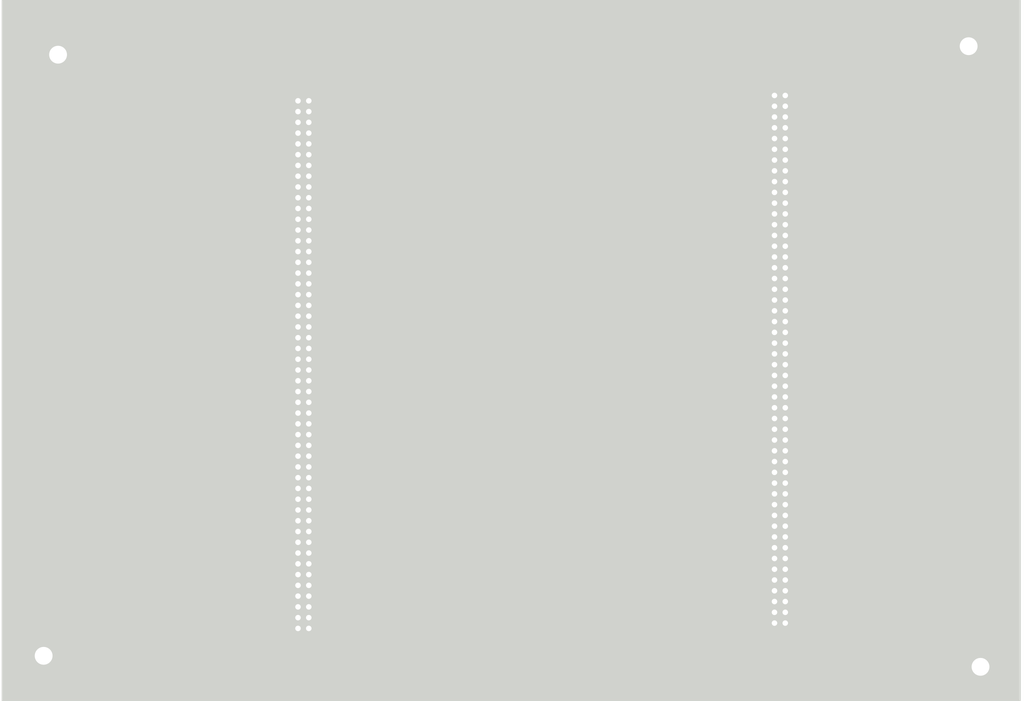
<source format=kicad_pcb>
(kicad_pcb (version 20221018) (generator pcbnew)
  (layers (0 "F.Cu" signal) (31 "B.Cu" signal) (34 "B.Paste" user) (35 "F.Paste" user) (36 "B.SilkS" user "B.Silkscreen") (37 "F.SilkS" user "F.Silkscreen") (38 "B.Mask" user) (39 "F.Mask" user) (44 "Edge.Cuts" user))
  (net 0 "")
  (net 12 "ADC_1")
  (net 13 "Net-(J1-SSRX+)")
  (net 14 "Net-(J1-SSRX-)")
  (net 15 "ADC_2")
  (net 49 "GND")
  (net 50 "+5V")
  (net 131 "+3.3V")
  (footprint "MountingHole:MountingHole_2.1mm" (layer "F.Cu") (at 96.8 128.6)
    (fp_text reference "H3" (at 0 -3.2) (layer "F.SilkS"))
    (fp_text value "MountingHole")
    (pad "" np_thru_hole circle (at 0 0) (size 2.1 2.1) (drill 2.1) (layers "*.Cu" "*.Mask"))
  )
  (footprint "MountingHole:MountingHole_2.1mm" (layer "F.Cu") (at 98.5 57.7)
    (fp_text reference "H1" (at 0 -3.2) (layer "F.SilkS"))
    (fp_text value "MountingHole")
    (pad "" np_thru_hole circle (at 0 0) (size 2.1 2.1) (drill 2.1) (layers "*.Cu" "*.Mask"))
  )
  (footprint "Potentiometer_SMD:Potentiometer_ACP_CA6-VSMD_Vertical" (layer "F.Cu") (at 152.9 66.1)
    (fp_text reference "10K1" (at 0 -4.5) (layer "F.SilkS"))
    (fp_text value "R_Potentiometer")
    (fp_line (start -3.37 -0.909) (end -3.37 0.91) (stroke (width 0.12)) (layer "F.SilkS"))
    (fp_line (start -2.834 -3.371) (end 3.37 -3.371) (stroke (width 0.12)) (layer "F.SilkS"))
    (fp_line (start -2.834 3.37) (end 3.37 3.37) (stroke (width 0.12)) (layer "F.SilkS"))
    (fp_line (start 3.37 -3.371) (end 3.37 -1.24) (stroke (width 0.12)) (layer "F.SilkS"))
    (fp_line (start 3.37 1.24) (end 3.37 3.37) (stroke (width 0.12)) (layer "F.SilkS"))
    (pad "1" smd rect (at -4.325 2.15) (size 2.5 2) (layers "F.Cu" "F.Paste" "F.Mask") (net 49 "GND"))
    (pad "2" smd rect (at 4.325 0) (size 2.5 2) (layers "F.Cu" "F.Paste" "F.Mask") (net 15 "ADC_2"))
    (pad "3" smd rect (at -4.325 -2.15) (size 2.5 2) (layers "F.Cu" "F.Paste" "F.Mask") (net 50 "+5V"))
  )
  (footprint "Resistor_SMD:R_0201_0603Metric" (layer "F.Cu") (at 144.9 106)
    (fp_text reference "R1" (at 0 -1.05) (layer "F.SilkS"))
    (fp_text value "R")
    (pad "1" smd roundrect (at -0.32 0) (size 0.46 0.4) (layers "F.Cu" "F.Mask") (net 131 "+3.3V"))
    (pad "2" smd roundrect (at 0.32 0) (size 0.46 0.4) (layers "F.Cu" "F.Mask") (net 12 "ADC_1"))
  )
  (footprint "Package_QFP:LQFP-48_7x7mm_P0.5mm" (layer "F.Cu") (at 150.15 88.9625)
    (fp_text reference "U1" (at 0 -5.85) (layer "F.SilkS"))
    (fp_text value "STM32C031C4Tx")
    (fp_line (start -3.61 -3.61) (end -3.61 -3.16) (stroke (width 0.12)) (layer "F.SilkS"))
    (fp_line (start -3.61 -3.16) (end -4.9 -3.16) (stroke (width 0.12)) (layer "F.SilkS"))
    (fp_line (start -3.61 3.61) (end -3.61 3.16) (stroke (width 0.12)) (layer "F.SilkS"))
    (fp_line (start -3.16 -3.61) (end -3.61 -3.61) (stroke (width 0.12)) (layer "F.SilkS"))
    (fp_line (start -3.16 3.61) (end -3.61 3.61) (stroke (width 0.12)) (layer "F.SilkS"))
    (fp_line (start 3.16 -3.61) (end 3.61 -3.61) (stroke (width 0.12)) (layer "F.SilkS"))
    (fp_line (start 3.16 3.61) (end 3.61 3.61) (stroke (width 0.12)) (layer "F.SilkS"))
    (fp_line (start 3.61 -3.61) (end 3.61 -3.16) (stroke (width 0.12)) (layer "F.SilkS"))
    (fp_line (start 3.61 3.61) (end 3.61 3.16) (stroke (width 0.12)) (layer "F.SilkS"))
    (pad "1" smd roundrect (at -4.1625 -2.75) (size 1.475 0.3) (layers "F.Cu" "F.Paste" "F.Mask"))
    (pad "2" smd roundrect (at -4.1625 -2.25) (size 1.475 0.3) (layers "F.Cu" "F.Paste" "F.Mask"))
    (pad "3" smd roundrect (at -4.1625 -1.75) (size 1.475 0.3) (layers "F.Cu" "F.Paste" "F.Mask"))
    (pad "4" smd roundrect (at -4.1625 -1.25) (size 1.475 0.3) (layers "F.Cu" "F.Paste" "F.Mask"))
    (pad "5" smd roundrect (at -4.1625 -0.75) (size 1.475 0.3) (layers "F.Cu" "F.Paste" "F.Mask"))
    (pad "6" smd roundrect (at -4.1625 -0.25) (size 1.475 0.3) (layers "F.Cu" "F.Paste" "F.Mask"))
    (pad "7" smd roundrect (at -4.1625 0.25) (size 1.475 0.3) (layers "F.Cu" "F.Paste" "F.Mask"))
    (pad "8" smd roundrect (at -4.1625 0.75) (size 1.475 0.3) (layers "F.Cu" "F.Paste" "F.Mask"))
    (pad "9" smd roundrect (at -4.1625 1.25) (size 1.475 0.3) (layers "F.Cu" "F.Paste" "F.Mask"))
    (pad "10" smd roundrect (at -4.1625 1.75) (size 1.475 0.3) (layers "F.Cu" "F.Paste" "F.Mask"))
    (pad "11" smd roundrect (at -4.1625 2.25) (size 1.475 0.3) (layers "F.Cu" "F.Paste" "F.Mask"))
    (pad "12" smd roundrect (at -4.1625 2.75) (size 1.475 0.3) (layers "F.Cu" "F.Paste" "F.Mask") (net 12 "ADC_1"))
    (pad "13" smd roundrect (at -2.75 4.1625) (size 0.3 1.475) (layers "F.Cu" "F.Paste" "F.Mask") (net 13 "Net-(J1-SSRX+)"))
    (pad "14" smd roundrect (at -2.25 4.1625) (size 0.3 1.475) (layers "F.Cu" "F.Paste" "F.Mask") (net 14 "Net-(J1-SSRX-)"))
    (pad "15" smd roundrect (at -1.75 4.1625) (size 0.3 1.475) (layers "F.Cu" "F.Paste" "F.Mask") (net 15 "ADC_2"))
    (pad "16" smd roundrect (at -1.25 4.1625) (size 0.3 1.475) (layers "F.Cu" "F.Paste" "F.Mask"))
    (pad "17" smd roundrect (at -0.75 4.1625) (size 0.3 1.475) (layers "F.Cu" "F.Paste" "F.Mask"))
    (pad "18" smd roundrect (at -0.25 4.1625) (size 0.3 1.475) (layers "F.Cu" "F.Paste" "F.Mask"))
    (pad "19" smd roundrect (at 0.25 4.1625) (size 0.3 1.475) (layers "F.Cu" "F.Paste" "F.Mask"))
    (pad "20" smd roundrect (at 0.75 4.1625) (size 0.3 1.475) (layers "F.Cu" "F.Paste" "F.Mask"))
    (pad "21" smd roundrect (at 1.25 4.1625) (size 0.3 1.475) (layers "F.Cu" "F.Paste" "F.Mask"))
    (pad "22" smd roundrect (at 1.75 4.1625) (size 0.3 1.475) (layers "F.Cu" "F.Paste" "F.Mask"))
    (pad "23" smd roundrect (at 2.25 4.1625) (size 0.3 1.475) (layers "F.Cu" "F.Paste" "F.Mask"))
    (pad "24" smd roundrect (at 2.75 4.1625) (size 0.3 1.475) (layers "F.Cu" "F.Paste" "F.Mask"))
    (pad "25" smd roundrect (at 4.1625 2.75) (size 1.475 0.3) (layers "F.Cu" "F.Paste" "F.Mask"))
    (pad "26" smd roundrect (at 4.1625 2.25) (size 1.475 0.3) (layers "F.Cu" "F.Paste" "F.Mask"))
    (pad "27" smd roundrect (at 4.1625 1.75) (size 1.475 0.3) (layers "F.Cu" "F.Paste" "F.Mask"))
    (pad "28" smd roundrect (at 4.1625 1.25) (size 1.475 0.3) (layers "F.Cu" "F.Paste" "F.Mask"))
    (pad "29" smd roundrect (at 4.1625 0.75) (size 1.475 0.3) (layers "F.Cu" "F.Paste" "F.Mask"))
    (pad "30" smd roundrect (at 4.1625 0.25) (size 1.475 0.3) (layers "F.Cu" "F.Paste" "F.Mask"))
    (pad "31" smd roundrect (at 4.1625 -0.25) (size 1.475 0.3) (layers "F.Cu" "F.Paste" "F.Mask"))
    (pad "32" smd roundrect (at 4.1625 -0.75) (size 1.475 0.3) (layers "F.Cu" "F.Paste" "F.Mask"))
    (pad "33" smd roundrect (at 4.1625 -1.25) (size 1.475 0.3) (layers "F.Cu" "F.Paste" "F.Mask"))
    (pad "34" smd roundrect (at 4.1625 -1.75) (size 1.475 0.3) (layers "F.Cu" "F.Paste" "F.Mask"))
    (pad "35" smd roundrect (at 4.1625 -2.25) (size 1.475 0.3) (layers "F.Cu" "F.Paste" "F.Mask"))
    (pad "36" smd roundrect (at 4.1625 -2.75) (size 1.475 0.3) (layers "F.Cu" "F.Paste" "F.Mask"))
    (pad "37" smd roundrect (at 2.75 -4.1625) (size 0.3 1.475) (layers "F.Cu" "F.Paste" "F.Mask"))
    (pad "38" smd roundrect (at 2.25 -4.1625) (size 0.3 1.475) (layers "F.Cu" "F.Paste" "F.Mask"))
    (pad "39" smd roundrect (at 1.75 -4.1625) (size 0.3 1.475) (layers "F.Cu" "F.Paste" "F.Mask"))
    (pad "40" smd roundrect (at 1.25 -4.1625) (size 0.3 1.475) (layers "F.Cu" "F.Paste" "F.Mask"))
    (pad "41" smd roundrect (at 0.75 -4.1625) (size 0.3 1.475) (layers "F.Cu" "F.Paste" "F.Mask"))
    (pad "42" smd roundrect (at 0.25 -4.1625) (size 0.3 1.475) (layers "F.Cu" "F.Paste" "F.Mask"))
    (pad "43" smd roundrect (at -0.25 -4.1625) (size 0.3 1.475) (layers "F.Cu" "F.Paste" "F.Mask"))
    (pad "44" smd roundrect (at -0.75 -4.1625) (size 0.3 1.475) (layers "F.Cu" "F.Paste" "F.Mask"))
    (pad "45" smd roundrect (at -1.25 -4.1625) (size 0.3 1.475) (layers "F.Cu" "F.Paste" "F.Mask"))
    (pad "46" smd roundrect (at -1.75 -4.1625) (size 0.3 1.475) (layers "F.Cu" "F.Paste" "F.Mask"))
    (pad "47" smd roundrect (at -2.25 -4.1625) (size 0.3 1.475) (layers "F.Cu" "F.Paste" "F.Mask"))
    (pad "48" smd roundrect (at -2.75 -4.1625) (size 0.3 1.475) (layers "F.Cu" "F.Paste" "F.Mask"))
  )
  (footprint "MountingHole:MountingHole_2.1mm" (layer "F.Cu") (at 207.3 129.9)
    (fp_text reference "H4" (at 0 -3.2) (layer "F.SilkS"))
    (fp_text value "MountingHole")
    (pad "" np_thru_hole circle (at 0 0) (size 2.1 2.1) (drill 2.1) (layers "*.Cu" "*.Mask"))
  )
  (footprint "Connector_PinSocket_1.27mm:PinSocket_2x50_P1.27mm_Horizontal" (layer "F.Cu") (at 184.27 62.51)
    (fp_text reference "J3" (at -2.5925 -2.135) (layer "F.SilkS"))
    (fp_text value "Conn_01x40_Socket")
    (fp_line (start -5.88 -0.695) (end -5.88 62.925) (stroke (width 0.12)) (layer "F.SilkS"))
    (fp_line (start -5.88 -0.695) (end -1.57753 -0.695) (stroke (width 0.12)) (layer "F.SilkS"))
    (fp_line (start -5.88 -0.575) (end -1.766966 -0.575) (stroke (width 0.12)) (layer "F.SilkS"))
    (fp_line (start -5.88 -0.465) (end -1.871145 -0.465) (stroke (width 0.12)) (layer "F.SilkS"))
    (fp_line (start -5.88 -0.355) (end -1.941993 -0.355) (stroke (width 0.12)) (layer "F.SilkS"))
    (fp_line (start -5.88 -0.245) (end -1.989427 -0.245) (stroke (width 0.12)) (layer "F.SilkS"))
    (fp_line (start -5.88 -0.135) (end -2.017914 -0.135) (stroke (width 0.12)) (layer "F.SilkS"))
    (fp_line (start -5.88 -0.025) (end -2.029589 -0.025) (stroke (width 0.12)) (layer "F.SilkS"))
    (fp_line (start -5.88 0.085) (end -2.025232 0.085) (stroke (width 0.12)) (layer "F.SilkS"))
    (fp_line (start -5.88 0.195) (end -2.004558 0.195) (stroke (width 0.12)) (layer "F.SilkS"))
    (fp_line (start -5.88 0.305) (end -1.966114 0.305) (stroke (width 0.12)) (layer "F.SilkS"))
    (fp_line (start -5.88 0.415) (end -1.906691 0.415) (stroke (width 0.12)) (layer "F.SilkS"))
    (fp_line (start -5.88 0.525) (end -1.819523 0.525) (stroke (width 0.12)) (layer "F.SilkS"))
    (fp_line (start -5.88 0.635) (end -1.687582 0.635) (stroke (width 0.12)) (layer "F.SilkS"))
    (fp_line (start -5.88 1.905) (end -1.687582 1.905) (stroke (width 0.12)) (layer "F.SilkS"))
    (fp_line (start -5.88 3.175) (end -1.687582 3.175) (stroke (width 0.12)) (layer "F.SilkS"))
    (fp_line (start -5.88 4.445) (end -1.687582 4.445) (stroke (width 0.12)) (layer "F.SilkS"))
    (fp_line (start -5.88 5.715) (end -1.687582 5.715) (stroke (width 0.12)) (layer "F.SilkS"))
    (fp_line (start -5.88 6.985) (end -1.687582 6.985) (stroke (width 0.12)) (layer "F.SilkS"))
    (fp_line (start -5.88 8.255) (end -1.687582 8.255) (stroke (width 0.12)) (layer "F.SilkS"))
    (fp_line (start -5.88 9.525) (end -1.687582 9.525) (stroke (width 0.12)) (layer "F.SilkS"))
    (fp_line (start -5.88 10.795) (end -1.687582 10.795) (stroke (width 0.12)) (layer "F.SilkS"))
    (fp_line (start -5.88 12.065) (end -1.687582 12.065) (stroke (width 0.12)) (layer "F.SilkS"))
    (fp_line (start -5.88 13.335) (end -1.687582 13.335) (stroke (width 0.12)) (layer "F.SilkS"))
    (fp_line (start -5.88 14.605) (end -1.687582 14.605) (stroke (width 0.12)) (layer "F.SilkS"))
    (fp_line (start -5.88 15.875) (end -1.687582 15.875) (stroke (width 0.12)) (layer "F.SilkS"))
    (fp_line (start -5.88 17.145) (end -1.687582 17.145) (stroke (width 0.12)) (layer "F.SilkS"))
    (fp_line (start -5.88 18.415) (end -1.687582 18.415) (stroke (width 0.12)) (layer "F.SilkS"))
    (fp_line (start -5.88 19.685) (end -1.687582 19.685) (stroke (width 0.12)) (layer "F.SilkS"))
    (fp_line (start -5.88 20.955) (end -1.687582 20.955) (stroke (width 0.12)) (layer "F.SilkS"))
    (fp_line (start -5.88 22.225) (end -1.687582 22.225) (stroke (width 0.12)) (layer "F.SilkS"))
    (fp_line (start -5.88 23.495) (end -1.687582 23.495) (stroke (width 0.12)) (layer "F.SilkS"))
    (fp_line (start -5.88 24.765) (end -1.687582 24.765) (stroke (width 0.12)) (layer "F.SilkS"))
    (fp_line (start -5.88 26.035) (end -1.687582 26.035) (stroke (width 0.12)) (layer "F.SilkS"))
    (fp_line (start -5.88 27.305) (end -1.687582 27.305) (stroke (width 0.12)) (layer "F.SilkS"))
    (fp_line (start -5.88 28.575) (end -1.687582 28.575) (stroke (width 0.12)) (layer "F.SilkS"))
    (fp_line (start -5.88 29.845) (end -1.687582 29.845) (stroke (width 0.12)) (layer "F.SilkS"))
    (fp_line (start -5.88 31.115) (end -1.687582 31.115) (stroke (width 0.12)) (layer "F.SilkS"))
    (fp_line (start -5.88 32.385) (end -1.687582 32.385) (stroke (width 0.12)) (layer "F.SilkS"))
    (fp_line (start -5.88 33.655) (end -1.687582 33.655) (stroke (width 0.12)) (layer "F.SilkS"))
    (fp_line (start -5.88 34.925) (end -1.687582 34.925) (stroke (width 0.12)) (layer "F.SilkS"))
    (fp_line (start -5.88 36.195) (end -1.687582 36.195) (stroke (width 0.12)) (layer "F.SilkS"))
    (fp_line (start -5.88 37.465) (end -1.687582 37.465) (stroke (width 0.12)) (layer "F.SilkS"))
    (fp_line (start -5.88 38.735) (end -1.687582 38.735) (stroke (width 0.12)) (layer "F.SilkS"))
    (fp_line (start -5.88 40.005) (end -1.687582 40.005) (stroke (width 0.12)) (layer "F.SilkS"))
    (fp_line (start -5.88 41.275) (end -1.687582 41.275) (stroke (width 0.12)) (layer "F.SilkS"))
    (fp_line (start -5.88 42.545) (end -1.687582 42.545) (stroke (width 0.12)) (layer "F.SilkS"))
    (fp_line (start -5.88 43.815) (end -1.687582 43.815) (stroke (width 0.12)) (layer "F.SilkS"))
    (fp_line (start -5.88 45.085) (end -1.687582 45.085) (stroke (width 0.12)) (layer "F.SilkS"))
    (fp_line (start -5.88 46.355) (end -1.687582 46.355) (stroke (width 0.12)) (layer "F.SilkS"))
    (fp_line (start -5.88 47.625) (end -1.687582 47.625) (stroke (width 0.12)) (layer "F.SilkS"))
    (fp_line (start -5.88 48.895) (end -1.687582 48.895) (stroke (width 0.12)) (layer "F.SilkS"))
    (fp_line (start -5.88 50.165) (end -1.687582 50.165) (stroke (width 0.12)) (layer "F.SilkS"))
    (fp_line (start -5.88 51.435) (end -1.687582 51.435) (stroke (width 0.12)) (layer "F.SilkS"))
    (fp_line (start -5.88 52.705) (end -1.687582 52.705) (stroke (width 0.12)) (layer "F.SilkS"))
    (fp_line (start -5.88 53.975) (end -1.687582 53.975) (stroke (width 0.12)) (layer "F.SilkS"))
    (fp_line (start -5.88 55.245) (end -1.687582 55.245) (stroke (width 0.12)) (layer "F.SilkS"))
    (fp_line (start -5.88 56.515) (end -1.687582 56.515) (stroke (width 0.12)) (layer "F.SilkS"))
    (fp_line (start -5.88 57.785) (end -1.687582 57.785) (stroke (width 0.12)) (layer "F.SilkS"))
    (fp_line (start -5.88 59.055) (end -1.687582 59.055) (stroke (width 0.12)) (layer "F.SilkS"))
    (fp_line (start -5.88 60.325) (end -1.687582 60.325) (stroke (width 0.12)) (layer "F.SilkS"))
    (fp_line (start -5.88 61.595) (end -1.687582 61.595) (stroke (width 0.12)) (layer "F.SilkS"))
    (fp_line (start -5.88 62.925) (end -1.57753 62.925) (stroke (width 0.12)) (layer "F.SilkS"))
    (fp_line (start 0 -0.76) (end 0.76 -0.76) (stroke (width 0.12)) (layer "F.SilkS"))
    (fp_line (start 0.76 -0.76) (end 0.76 0) (stroke (width 0.12)) (layer "F.SilkS"))
    (pad "1" thru_hole rect (at 0 0) (size 1 1) (drill 0.65) (layers "*.Cu" "*.Mask"))
    (pad "2" thru_hole oval (at -1.27 0) (size 1 1) (drill 0.65) (layers "*.Cu" "*.Mask"))
    (pad "3" thru_hole oval (at 0 1.27) (size 1 1) (drill 0.65) (layers "*.Cu" "*.Mask"))
    (pad "4" thru_hole oval (at -1.27 1.27) (size 1 1) (drill 0.65) (layers "*.Cu" "*.Mask"))
    (pad "5" thru_hole oval (at 0 2.54) (size 1 1) (drill 0.65) (layers "*.Cu" "*.Mask"))
    (pad "6" thru_hole oval (at -1.27 2.54) (size 1 1) (drill 0.65) (layers "*.Cu" "*.Mask"))
    (pad "7" thru_hole oval (at 0 3.81) (size 1 1) (drill 0.65) (layers "*.Cu" "*.Mask"))
    (pad "8" thru_hole oval (at -1.27 3.81) (size 1 1) (drill 0.65) (layers "*.Cu" "*.Mask"))
    (pad "9" thru_hole oval (at 0 5.08) (size 1 1) (drill 0.65) (layers "*.Cu" "*.Mask"))
    (pad "10" thru_hole oval (at -1.27 5.08) (size 1 1) (drill 0.65) (layers "*.Cu" "*.Mask"))
    (pad "11" thru_hole oval (at 0 6.35) (size 1 1) (drill 0.65) (layers "*.Cu" "*.Mask"))
    (pad "12" thru_hole oval (at -1.27 6.35) (size 1 1) (drill 0.65) (layers "*.Cu" "*.Mask"))
    (pad "13" thru_hole oval (at 0 7.62) (size 1 1) (drill 0.65) (layers "*.Cu" "*.Mask"))
    (pad "14" thru_hole oval (at -1.27 7.62) (size 1 1) (drill 0.65) (layers "*.Cu" "*.Mask"))
    (pad "15" thru_hole oval (at 0 8.89) (size 1 1) (drill 0.65) (layers "*.Cu" "*.Mask"))
    (pad "16" thru_hole oval (at -1.27 8.89) (size 1 1) (drill 0.65) (layers "*.Cu" "*.Mask"))
    (pad "17" thru_hole oval (at 0 10.16) (size 1 1) (drill 0.65) (layers "*.Cu" "*.Mask"))
    (pad "18" thru_hole oval (at -1.27 10.16) (size 1 1) (drill 0.65) (layers "*.Cu" "*.Mask"))
    (pad "19" thru_hole oval (at 0 11.43) (size 1 1) (drill 0.65) (layers "*.Cu" "*.Mask"))
    (pad "20" thru_hole oval (at -1.27 11.43) (size 1 1) (drill 0.65) (layers "*.Cu" "*.Mask"))
    (pad "21" thru_hole oval (at 0 12.7) (size 1 1) (drill 0.65) (layers "*.Cu" "*.Mask"))
    (pad "22" thru_hole oval (at -1.27 12.7) (size 1 1) (drill 0.65) (layers "*.Cu" "*.Mask"))
    (pad "23" thru_hole oval (at 0 13.97) (size 1 1) (drill 0.65) (layers "*.Cu" "*.Mask"))
    (pad "24" thru_hole oval (at -1.27 13.97) (size 1 1) (drill 0.65) (layers "*.Cu" "*.Mask"))
    (pad "25" thru_hole oval (at 0 15.24) (size 1 1) (drill 0.65) (layers "*.Cu" "*.Mask"))
    (pad "26" thru_hole oval (at -1.27 15.24) (size 1 1) (drill 0.65) (layers "*.Cu" "*.Mask"))
    (pad "27" thru_hole oval (at 0 16.51) (size 1 1) (drill 0.65) (layers "*.Cu" "*.Mask"))
    (pad "28" thru_hole oval (at -1.27 16.51) (size 1 1) (drill 0.65) (layers "*.Cu" "*.Mask"))
    (pad "29" thru_hole oval (at 0 17.78) (size 1 1) (drill 0.65) (layers "*.Cu" "*.Mask"))
    (pad "30" thru_hole oval (at -1.27 17.78) (size 1 1) (drill 0.65) (layers "*.Cu" "*.Mask"))
    (pad "31" thru_hole oval (at 0 19.05) (size 1 1) (drill 0.65) (layers "*.Cu" "*.Mask"))
    (pad "32" thru_hole oval (at -1.27 19.05) (size 1 1) (drill 0.65) (layers "*.Cu" "*.Mask"))
    (pad "33" thru_hole oval (at 0 20.32) (size 1 1) (drill 0.65) (layers "*.Cu" "*.Mask"))
    (pad "34" thru_hole oval (at -1.27 20.32) (size 1 1) (drill 0.65) (layers "*.Cu" "*.Mask"))
    (pad "35" thru_hole oval (at 0 21.59) (size 1 1) (drill 0.65) (layers "*.Cu" "*.Mask"))
    (pad "36" thru_hole oval (at -1.27 21.59) (size 1 1) (drill 0.65) (layers "*.Cu" "*.Mask"))
    (pad "37" thru_hole oval (at 0 22.86) (size 1 1) (drill 0.65) (layers "*.Cu" "*.Mask"))
    (pad "38" thru_hole oval (at -1.27 22.86) (size 1 1) (drill 0.65) (layers "*.Cu" "*.Mask"))
    (pad "39" thru_hole oval (at 0 24.13) (size 1 1) (drill 0.65) (layers "*.Cu" "*.Mask"))
    (pad "40" thru_hole oval (at -1.27 24.13) (size 1 1) (drill 0.65) (layers "*.Cu" "*.Mask"))
    (pad "41" thru_hole oval (at 0 25.4) (size 1 1) (drill 0.65) (layers "*.Cu" "*.Mask"))
    (pad "42" thru_hole oval (at -1.27 25.4) (size 1 1) (drill 0.65) (layers "*.Cu" "*.Mask"))
    (pad "43" thru_hole oval (at 0 26.67) (size 1 1) (drill 0.65) (layers "*.Cu" "*.Mask"))
    (pad "44" thru_hole oval (at -1.27 26.67) (size 1 1) (drill 0.65) (layers "*.Cu" "*.Mask"))
    (pad "45" thru_hole oval (at 0 27.94) (size 1 1) (drill 0.65) (layers "*.Cu" "*.Mask"))
    (pad "46" thru_hole oval (at -1.27 27.94) (size 1 1) (drill 0.65) (layers "*.Cu" "*.Mask"))
    (pad "47" thru_hole oval (at 0 29.21) (size 1 1) (drill 0.65) (layers "*.Cu" "*.Mask"))
    (pad "48" thru_hole oval (at -1.27 29.21) (size 1 1) (drill 0.65) (layers "*.Cu" "*.Mask"))
    (pad "49" thru_hole oval (at 0 30.48) (size 1 1) (drill 0.65) (layers "*.Cu" "*.Mask"))
    (pad "50" thru_hole oval (at -1.27 30.48) (size 1 1) (drill 0.65) (layers "*.Cu" "*.Mask"))
    (pad "51" thru_hole oval (at 0 31.75) (size 1 1) (drill 0.65) (layers "*.Cu" "*.Mask"))
    (pad "52" thru_hole oval (at -1.27 31.75) (size 1 1) (drill 0.65) (layers "*.Cu" "*.Mask"))
    (pad "53" thru_hole oval (at 0 33.02) (size 1 1) (drill 0.65) (layers "*.Cu" "*.Mask"))
    (pad "54" thru_hole oval (at -1.27 33.02) (size 1 1) (drill 0.65) (layers "*.Cu" "*.Mask"))
    (pad "55" thru_hole oval (at 0 34.29) (size 1 1) (drill 0.65) (layers "*.Cu" "*.Mask"))
    (pad "56" thru_hole oval (at -1.27 34.29) (size 1 1) (drill 0.65) (layers "*.Cu" "*.Mask"))
    (pad "57" thru_hole oval (at 0 35.56) (size 1 1) (drill 0.65) (layers "*.Cu" "*.Mask"))
    (pad "58" thru_hole oval (at -1.27 35.56) (size 1 1) (drill 0.65) (layers "*.Cu" "*.Mask"))
    (pad "59" thru_hole oval (at 0 36.83) (size 1 1) (drill 0.65) (layers "*.Cu" "*.Mask"))
    (pad "60" thru_hole oval (at -1.27 36.83) (size 1 1) (drill 0.65) (layers "*.Cu" "*.Mask"))
    (pad "61" thru_hole oval (at 0 38.1) (size 1 1) (drill 0.65) (layers "*.Cu" "*.Mask"))
    (pad "62" thru_hole oval (at -1.27 38.1) (size 1 1) (drill 0.65) (layers "*.Cu" "*.Mask"))
    (pad "63" thru_hole oval (at 0 39.37) (size 1 1) (drill 0.65) (layers "*.Cu" "*.Mask"))
    (pad "64" thru_hole oval (at -1.27 39.37) (size 1 1) (drill 0.65) (layers "*.Cu" "*.Mask"))
    (pad "65" thru_hole oval (at 0 40.64) (size 1 1) (drill 0.65) (layers "*.Cu" "*.Mask"))
    (pad "66" thru_hole oval (at -1.27 40.64) (size 1 1) (drill 0.65) (layers "*.Cu" "*.Mask"))
    (pad "67" thru_hole oval (at 0 41.91) (size 1 1) (drill 0.65) (layers "*.Cu" "*.Mask"))
    (pad "68" thru_hole oval (at -1.27 41.91) (size 1 1) (drill 0.65) (layers "*.Cu" "*.Mask"))
    (pad "69" thru_hole oval (at 0 43.18) (size 1 1) (drill 0.65) (layers "*.Cu" "*.Mask"))
    (pad "70" thru_hole oval (at -1.27 43.18) (size 1 1) (drill 0.65) (layers "*.Cu" "*.Mask"))
    (pad "71" thru_hole oval (at 0 44.45) (size 1 1) (drill 0.65) (layers "*.Cu" "*.Mask"))
    (pad "72" thru_hole oval (at -1.27 44.45) (size 1 1) (drill 0.65) (layers "*.Cu" "*.Mask"))
    (pad "73" thru_hole oval (at 0 45.72) (size 1 1) (drill 0.65) (layers "*.Cu" "*.Mask"))
    (pad "74" thru_hole oval (at -1.27 45.72) (size 1 1) (drill 0.65) (layers "*.Cu" "*.Mask"))
    (pad "75" thru_hole oval (at 0 46.99) (size 1 1) (drill 0.65) (layers "*.Cu" "*.Mask"))
    (pad "76" thru_hole oval (at -1.27 46.99) (size 1 1) (drill 0.65) (layers "*.Cu" "*.Mask"))
    (pad "77" thru_hole oval (at 0 48.26) (size 1 1) (drill 0.65) (layers "*.Cu" "*.Mask"))
    (pad "78" thru_hole oval (at -1.27 48.26) (size 1 1) (drill 0.65) (layers "*.Cu" "*.Mask"))
    (pad "79" thru_hole oval (at 0 49.53) (size 1 1) (drill 0.65) (layers "*.Cu" "*.Mask"))
    (pad "80" thru_hole oval (at -1.27 49.53) (size 1 1) (drill 0.65) (layers "*.Cu" "*.Mask"))
    (pad "81" thru_hole oval (at 0 50.8) (size 1 1) (drill 0.65) (layers "*.Cu" "*.Mask"))
    (pad "82" thru_hole oval (at -1.27 50.8) (size 1 1) (drill 0.65) (layers "*.Cu" "*.Mask"))
    (pad "83" thru_hole oval (at 0 52.07) (size 1 1) (drill 0.65) (layers "*.Cu" "*.Mask"))
    (pad "84" thru_hole oval (at -1.27 52.07) (size 1 1) (drill 0.65) (layers "*.Cu" "*.Mask"))
    (pad "85" thru_hole oval (at 0 53.34) (size 1 1) (drill 0.65) (layers "*.Cu" "*.Mask"))
    (pad "86" thru_hole oval (at -1.27 53.34) (size 1 1) (drill 0.65) (layers "*.Cu" "*.Mask"))
    (pad "87" thru_hole oval (at 0 54.61) (size 1 1) (drill 0.65) (layers "*.Cu" "*.Mask"))
    (pad "88" thru_hole oval (at -1.27 54.61) (size 1 1) (drill 0.65) (layers "*.Cu" "*.Mask"))
    (pad "89" thru_hole oval (at 0 55.88) (size 1 1) (drill 0.65) (layers "*.Cu" "*.Mask"))
    (pad "90" thru_hole oval (at -1.27 55.88) (size 1 1) (drill 0.65) (layers "*.Cu" "*.Mask"))
    (pad "91" thru_hole oval (at 0 57.15) (size 1 1) (drill 0.65) (layers "*.Cu" "*.Mask"))
    (pad "92" thru_hole oval (at -1.27 57.15) (size 1 1) (drill 0.65) (layers "*.Cu" "*.Mask"))
    (pad "93" thru_hole oval (at 0 58.42) (size 1 1) (drill 0.65) (layers "*.Cu" "*.Mask"))
    (pad "94" thru_hole oval (at -1.27 58.42) (size 1 1) (drill 0.65) (layers "*.Cu" "*.Mask"))
    (pad "95" thru_hole oval (at 0 59.69) (size 1 1) (drill 0.65) (layers "*.Cu" "*.Mask"))
    (pad "96" thru_hole oval (at -1.27 59.69) (size 1 1) (drill 0.65) (layers "*.Cu" "*.Mask"))
    (pad "97" thru_hole oval (at 0 60.96) (size 1 1) (drill 0.65) (layers "*.Cu" "*.Mask"))
    (pad "98" thru_hole oval (at -1.27 60.96) (size 1 1) (drill 0.65) (layers "*.Cu" "*.Mask"))
    (pad "99" thru_hole oval (at 0 62.23) (size 1 1) (drill 0.65) (layers "*.Cu" "*.Mask"))
    (pad "100" thru_hole oval (at -1.27 62.23) (size 1 1) (drill 0.65) (layers "*.Cu" "*.Mask"))
  )
  (footprint "Connector_PinSocket_1.27mm:PinSocket_2x50_P1.27mm_Horizontal" (layer "F.Cu") (at 128.07 63.14)
    (fp_text reference "J2" (at -2.5925 -2.135) (layer "F.SilkS"))
    (fp_text value "Conn_01x40_Socket")
    (fp_line (start -5.88 -0.695) (end -5.88 62.925) (stroke (width 0.12)) (layer "F.SilkS"))
    (fp_line (start -5.88 -0.695) (end -1.57753 -0.695) (stroke (width 0.12)) (layer "F.SilkS"))
    (fp_line (start -5.88 -0.575) (end -1.766966 -0.575) (stroke (width 0.12)) (layer "F.SilkS"))
    (fp_line (start -5.88 -0.465) (end -1.871145 -0.465) (stroke (width 0.12)) (layer "F.SilkS"))
    (fp_line (start -5.88 -0.355) (end -1.941993 -0.355) (stroke (width 0.12)) (layer "F.SilkS"))
    (fp_line (start -5.88 -0.245) (end -1.989427 -0.245) (stroke (width 0.12)) (layer "F.SilkS"))
    (fp_line (start -5.88 -0.135) (end -2.017914 -0.135) (stroke (width 0.12)) (layer "F.SilkS"))
    (fp_line (start -5.88 -0.025) (end -2.029589 -0.025) (stroke (width 0.12)) (layer "F.SilkS"))
    (fp_line (start -5.88 0.085) (end -2.025232 0.085) (stroke (width 0.12)) (layer "F.SilkS"))
    (fp_line (start -5.88 0.195) (end -2.004558 0.195) (stroke (width 0.12)) (layer "F.SilkS"))
    (fp_line (start -5.88 0.305) (end -1.966114 0.305) (stroke (width 0.12)) (layer "F.SilkS"))
    (fp_line (start -5.88 0.415) (end -1.906691 0.415) (stroke (width 0.12)) (layer "F.SilkS"))
    (fp_line (start -5.88 0.525) (end -1.819523 0.525) (stroke (width 0.12)) (layer "F.SilkS"))
    (fp_line (start -5.88 0.635) (end -1.687582 0.635) (stroke (width 0.12)) (layer "F.SilkS"))
    (fp_line (start -5.88 1.905) (end -1.687582 1.905) (stroke (width 0.12)) (layer "F.SilkS"))
    (fp_line (start -5.88 3.175) (end -1.687582 3.175) (stroke (width 0.12)) (layer "F.SilkS"))
    (fp_line (start -5.88 4.445) (end -1.687582 4.445) (stroke (width 0.12)) (layer "F.SilkS"))
    (fp_line (start -5.88 5.715) (end -1.687582 5.715) (stroke (width 0.12)) (layer "F.SilkS"))
    (fp_line (start -5.88 6.985) (end -1.687582 6.985) (stroke (width 0.12)) (layer "F.SilkS"))
    (fp_line (start -5.88 8.255) (end -1.687582 8.255) (stroke (width 0.12)) (layer "F.SilkS"))
    (fp_line (start -5.88 9.525) (end -1.687582 9.525) (stroke (width 0.12)) (layer "F.SilkS"))
    (fp_line (start -5.88 10.795) (end -1.687582 10.795) (stroke (width 0.12)) (layer "F.SilkS"))
    (fp_line (start -5.88 12.065) (end -1.687582 12.065) (stroke (width 0.12)) (layer "F.SilkS"))
    (fp_line (start -5.88 13.335) (end -1.687582 13.335) (stroke (width 0.12)) (layer "F.SilkS"))
    (fp_line (start -5.88 14.605) (end -1.687582 14.605) (stroke (width 0.12)) (layer "F.SilkS"))
    (fp_line (start -5.88 15.875) (end -1.687582 15.875) (stroke (width 0.12)) (layer "F.SilkS"))
    (fp_line (start -5.88 17.145) (end -1.687582 17.145) (stroke (width 0.12)) (layer "F.SilkS"))
    (fp_line (start -5.88 18.415) (end -1.687582 18.415) (stroke (width 0.12)) (layer "F.SilkS"))
    (fp_line (start -5.88 19.685) (end -1.687582 19.685) (stroke (width 0.12)) (layer "F.SilkS"))
    (fp_line (start -5.88 20.955) (end -1.687582 20.955) (stroke (width 0.12)) (layer "F.SilkS"))
    (fp_line (start -5.88 22.225) (end -1.687582 22.225) (stroke (width 0.12)) (layer "F.SilkS"))
    (fp_line (start -5.88 23.495) (end -1.687582 23.495) (stroke (width 0.12)) (layer "F.SilkS"))
    (fp_line (start -5.88 24.765) (end -1.687582 24.765) (stroke (width 0.12)) (layer "F.SilkS"))
    (fp_line (start -5.88 26.035) (end -1.687582 26.035) (stroke (width 0.12)) (layer "F.SilkS"))
    (fp_line (start -5.88 27.305) (end -1.687582 27.305) (stroke (width 0.12)) (layer "F.SilkS"))
    (fp_line (start -5.88 28.575) (end -1.687582 28.575) (stroke (width 0.12)) (layer "F.SilkS"))
    (fp_line (start -5.88 29.845) (end -1.687582 29.845) (stroke (width 0.12)) (layer "F.SilkS"))
    (fp_line (start -5.88 31.115) (end -1.687582 31.115) (stroke (width 0.12)) (layer "F.SilkS"))
    (fp_line (start -5.88 32.385) (end -1.687582 32.385) (stroke (width 0.12)) (layer "F.SilkS"))
    (fp_line (start -5.88 33.655) (end -1.687582 33.655) (stroke (width 0.12)) (layer "F.SilkS"))
    (fp_line (start -5.88 34.925) (end -1.687582 34.925) (stroke (width 0.12)) (layer "F.SilkS"))
    (fp_line (start -5.88 36.195) (end -1.687582 36.195) (stroke (width 0.12)) (layer "F.SilkS"))
    (fp_line (start -5.88 37.465) (end -1.687582 37.465) (stroke (width 0.12)) (layer "F.SilkS"))
    (fp_line (start -5.88 38.735) (end -1.687582 38.735) (stroke (width 0.12)) (layer "F.SilkS"))
    (fp_line (start -5.88 40.005) (end -1.687582 40.005) (stroke (width 0.12)) (layer "F.SilkS"))
    (fp_line (start -5.88 41.275) (end -1.687582 41.275) (stroke (width 0.12)) (layer "F.SilkS"))
    (fp_line (start -5.88 42.545) (end -1.687582 42.545) (stroke (width 0.12)) (layer "F.SilkS"))
    (fp_line (start -5.88 43.815) (end -1.687582 43.815) (stroke (width 0.12)) (layer "F.SilkS"))
    (fp_line (start -5.88 45.085) (end -1.687582 45.085) (stroke (width 0.12)) (layer "F.SilkS"))
    (fp_line (start -5.88 46.355) (end -1.687582 46.355) (stroke (width 0.12)) (layer "F.SilkS"))
    (fp_line (start -5.88 47.625) (end -1.687582 47.625) (stroke (width 0.12)) (layer "F.SilkS"))
    (fp_line (start -5.88 48.895) (end -1.687582 48.895) (stroke (width 0.12)) (layer "F.SilkS"))
    (fp_line (start -5.88 50.165) (end -1.687582 50.165) (stroke (width 0.12)) (layer "F.SilkS"))
    (fp_line (start -5.88 51.435) (end -1.687582 51.435) (stroke (width 0.12)) (layer "F.SilkS"))
    (fp_line (start -5.88 52.705) (end -1.687582 52.705) (stroke (width 0.12)) (layer "F.SilkS"))
    (fp_line (start -5.88 53.975) (end -1.687582 53.975) (stroke (width 0.12)) (layer "F.SilkS"))
    (fp_line (start -5.88 55.245) (end -1.687582 55.245) (stroke (width 0.12)) (layer "F.SilkS"))
    (fp_line (start -5.88 56.515) (end -1.687582 56.515) (stroke (width 0.12)) (layer "F.SilkS"))
    (fp_line (start -5.88 57.785) (end -1.687582 57.785) (stroke (width 0.12)) (layer "F.SilkS"))
    (fp_line (start -5.88 59.055) (end -1.687582 59.055) (stroke (width 0.12)) (layer "F.SilkS"))
    (fp_line (start -5.88 60.325) (end -1.687582 60.325) (stroke (width 0.12)) (layer "F.SilkS"))
    (fp_line (start -5.88 61.595) (end -1.687582 61.595) (stroke (width 0.12)) (layer "F.SilkS"))
    (fp_line (start -5.88 62.925) (end -1.57753 62.925) (stroke (width 0.12)) (layer "F.SilkS"))
    (fp_line (start 0 -0.76) (end 0.76 -0.76) (stroke (width 0.12)) (layer "F.SilkS"))
    (fp_line (start 0.76 -0.76) (end 0.76 0) (stroke (width 0.12)) (layer "F.SilkS"))
    (pad "1" thru_hole rect (at 0 0) (size 1 1) (drill 0.65) (layers "*.Cu" "*.Mask"))
    (pad "2" thru_hole oval (at -1.27 0) (size 1 1) (drill 0.65) (layers "*.Cu" "*.Mask"))
    (pad "3" thru_hole oval (at 0 1.27) (size 1 1) (drill 0.65) (layers "*.Cu" "*.Mask"))
    (pad "4" thru_hole oval (at -1.27 1.27) (size 1 1) (drill 0.65) (layers "*.Cu" "*.Mask"))
    (pad "5" thru_hole oval (at 0 2.54) (size 1 1) (drill 0.65) (layers "*.Cu" "*.Mask"))
    (pad "6" thru_hole oval (at -1.27 2.54) (size 1 1) (drill 0.65) (layers "*.Cu" "*.Mask"))
    (pad "7" thru_hole oval (at 0 3.81) (size 1 1) (drill 0.65) (layers "*.Cu" "*.Mask"))
    (pad "8" thru_hole oval (at -1.27 3.81) (size 1 1) (drill 0.65) (layers "*.Cu" "*.Mask"))
    (pad "9" thru_hole oval (at 0 5.08) (size 1 1) (drill 0.65) (layers "*.Cu" "*.Mask"))
    (pad "10" thru_hole oval (at -1.27 5.08) (size 1 1) (drill 0.65) (layers "*.Cu" "*.Mask"))
    (pad "11" thru_hole oval (at 0 6.35) (size 1 1) (drill 0.65) (layers "*.Cu" "*.Mask"))
    (pad "12" thru_hole oval (at -1.27 6.35) (size 1 1) (drill 0.65) (layers "*.Cu" "*.Mask"))
    (pad "13" thru_hole oval (at 0 7.62) (size 1 1) (drill 0.65) (layers "*.Cu" "*.Mask"))
    (pad "14" thru_hole oval (at -1.27 7.62) (size 1 1) (drill 0.65) (layers "*.Cu" "*.Mask"))
    (pad "15" thru_hole oval (at 0 8.89) (size 1 1) (drill 0.65) (layers "*.Cu" "*.Mask"))
    (pad "16" thru_hole oval (at -1.27 8.89) (size 1 1) (drill 0.65) (layers "*.Cu" "*.Mask"))
    (pad "17" thru_hole oval (at 0 10.16) (size 1 1) (drill 0.65) (layers "*.Cu" "*.Mask"))
    (pad "18" thru_hole oval (at -1.27 10.16) (size 1 1) (drill 0.65) (layers "*.Cu" "*.Mask"))
    (pad "19" thru_hole oval (at 0 11.43) (size 1 1) (drill 0.65) (layers "*.Cu" "*.Mask"))
    (pad "20" thru_hole oval (at -1.27 11.43) (size 1 1) (drill 0.65) (layers "*.Cu" "*.Mask"))
    (pad "21" thru_hole oval (at 0 12.7) (size 1 1) (drill 0.65) (layers "*.Cu" "*.Mask"))
    (pad "22" thru_hole oval (at -1.27 12.7) (size 1 1) (drill 0.65) (layers "*.Cu" "*.Mask"))
    (pad "23" thru_hole oval (at 0 13.97) (size 1 1) (drill 0.65) (layers "*.Cu" "*.Mask"))
    (pad "24" thru_hole oval (at -1.27 13.97) (size 1 1) (drill 0.65) (layers "*.Cu" "*.Mask"))
    (pad "25" thru_hole oval (at 0 15.24) (size 1 1) (drill 0.65) (layers "*.Cu" "*.Mask"))
    (pad "26" thru_hole oval (at -1.27 15.24) (size 1 1) (drill 0.65) (layers "*.Cu" "*.Mask"))
    (pad "27" thru_hole oval (at 0 16.51) (size 1 1) (drill 0.65) (layers "*.Cu" "*.Mask"))
    (pad "28" thru_hole oval (at -1.27 16.51) (size 1 1) (drill 0.65) (layers "*.Cu" "*.Mask"))
    (pad "29" thru_hole oval (at 0 17.78) (size 1 1) (drill 0.65) (layers "*.Cu" "*.Mask"))
    (pad "30" thru_hole oval (at -1.27 17.78) (size 1 1) (drill 0.65) (layers "*.Cu" "*.Mask"))
    (pad "31" thru_hole oval (at 0 19.05) (size 1 1) (drill 0.65) (layers "*.Cu" "*.Mask"))
    (pad "32" thru_hole oval (at -1.27 19.05) (size 1 1) (drill 0.65) (layers "*.Cu" "*.Mask"))
    (pad "33" thru_hole oval (at 0 20.32) (size 1 1) (drill 0.65) (layers "*.Cu" "*.Mask"))
    (pad "34" thru_hole oval (at -1.27 20.32) (size 1 1) (drill 0.65) (layers "*.Cu" "*.Mask"))
    (pad "35" thru_hole oval (at 0 21.59) (size 1 1) (drill 0.65) (layers "*.Cu" "*.Mask"))
    (pad "36" thru_hole oval (at -1.27 21.59) (size 1 1) (drill 0.65) (layers "*.Cu" "*.Mask"))
    (pad "37" thru_hole oval (at 0 22.86) (size 1 1) (drill 0.65) (layers "*.Cu" "*.Mask"))
    (pad "38" thru_hole oval (at -1.27 22.86) (size 1 1) (drill 0.65) (layers "*.Cu" "*.Mask"))
    (pad "39" thru_hole oval (at 0 24.13) (size 1 1) (drill 0.65) (layers "*.Cu" "*.Mask"))
    (pad "40" thru_hole oval (at -1.27 24.13) (size 1 1) (drill 0.65) (layers "*.Cu" "*.Mask"))
    (pad "41" thru_hole oval (at 0 25.4) (size 1 1) (drill 0.65) (layers "*.Cu" "*.Mask"))
    (pad "42" thru_hole oval (at -1.27 25.4) (size 1 1) (drill 0.65) (layers "*.Cu" "*.Mask"))
    (pad "43" thru_hole oval (at 0 26.67) (size 1 1) (drill 0.65) (layers "*.Cu" "*.Mask"))
    (pad "44" thru_hole oval (at -1.27 26.67) (size 1 1) (drill 0.65) (layers "*.Cu" "*.Mask"))
    (pad "45" thru_hole oval (at 0 27.94) (size 1 1) (drill 0.65) (layers "*.Cu" "*.Mask"))
    (pad "46" thru_hole oval (at -1.27 27.94) (size 1 1) (drill 0.65) (layers "*.Cu" "*.Mask"))
    (pad "47" thru_hole oval (at 0 29.21) (size 1 1) (drill 0.65) (layers "*.Cu" "*.Mask"))
    (pad "48" thru_hole oval (at -1.27 29.21) (size 1 1) (drill 0.65) (layers "*.Cu" "*.Mask"))
    (pad "49" thru_hole oval (at 0 30.48) (size 1 1) (drill 0.65) (layers "*.Cu" "*.Mask"))
    (pad "50" thru_hole oval (at -1.27 30.48) (size 1 1) (drill 0.65) (layers "*.Cu" "*.Mask"))
    (pad "51" thru_hole oval (at 0 31.75) (size 1 1) (drill 0.65) (layers "*.Cu" "*.Mask"))
    (pad "52" thru_hole oval (at -1.27 31.75) (size 1 1) (drill 0.65) (layers "*.Cu" "*.Mask"))
    (pad "53" thru_hole oval (at 0 33.02) (size 1 1) (drill 0.65) (layers "*.Cu" "*.Mask"))
    (pad "54" thru_hole oval (at -1.27 33.02) (size 1 1) (drill 0.65) (layers "*.Cu" "*.Mask"))
    (pad "55" thru_hole oval (at 0 34.29) (size 1 1) (drill 0.65) (layers "*.Cu" "*.Mask"))
    (pad "56" thru_hole oval (at -1.27 34.29) (size 1 1) (drill 0.65) (layers "*.Cu" "*.Mask"))
    (pad "57" thru_hole oval (at 0 35.56) (size 1 1) (drill 0.65) (layers "*.Cu" "*.Mask"))
    (pad "58" thru_hole oval (at -1.27 35.56) (size 1 1) (drill 0.65) (layers "*.Cu" "*.Mask"))
    (pad "59" thru_hole oval (at 0 36.83) (size 1 1) (drill 0.65) (layers "*.Cu" "*.Mask"))
    (pad "60" thru_hole oval (at -1.27 36.83) (size 1 1) (drill 0.65) (layers "*.Cu" "*.Mask"))
    (pad "61" thru_hole oval (at 0 38.1) (size 1 1) (drill 0.65) (layers "*.Cu" "*.Mask"))
    (pad "62" thru_hole oval (at -1.27 38.1) (size 1 1) (drill 0.65) (layers "*.Cu" "*.Mask"))
    (pad "63" thru_hole oval (at 0 39.37) (size 1 1) (drill 0.65) (layers "*.Cu" "*.Mask"))
    (pad "64" thru_hole oval (at -1.27 39.37) (size 1 1) (drill 0.65) (layers "*.Cu" "*.Mask"))
    (pad "65" thru_hole oval (at 0 40.64) (size 1 1) (drill 0.65) (layers "*.Cu" "*.Mask"))
    (pad "66" thru_hole oval (at -1.27 40.64) (size 1 1) (drill 0.65) (layers "*.Cu" "*.Mask"))
    (pad "67" thru_hole oval (at 0 41.91) (size 1 1) (drill 0.65) (layers "*.Cu" "*.Mask"))
    (pad "68" thru_hole oval (at -1.27 41.91) (size 1 1) (drill 0.65) (layers "*.Cu" "*.Mask"))
    (pad "69" thru_hole oval (at 0 43.18) (size 1 1) (drill 0.65) (layers "*.Cu" "*.Mask"))
    (pad "70" thru_hole oval (at -1.27 43.18) (size 1 1) (drill 0.65) (layers "*.Cu" "*.Mask"))
    (pad "71" thru_hole oval (at 0 44.45) (size 1 1) (drill 0.65) (layers "*.Cu" "*.Mask"))
    (pad "72" thru_hole oval (at -1.27 44.45) (size 1 1) (drill 0.65) (layers "*.Cu" "*.Mask"))
    (pad "73" thru_hole oval (at 0 45.72) (size 1 1) (drill 0.65) (layers "*.Cu" "*.Mask"))
    (pad "74" thru_hole oval (at -1.27 45.72) (size 1 1) (drill 0.65) (layers "*.Cu" "*.Mask"))
    (pad "75" thru_hole oval (at 0 46.99) (size 1 1) (drill 0.65) (layers "*.Cu" "*.Mask"))
    (pad "76" thru_hole oval (at -1.27 46.99) (size 1 1) (drill 0.65) (layers "*.Cu" "*.Mask"))
    (pad "77" thru_hole oval (at 0 48.26) (size 1 1) (drill 0.65) (layers "*.Cu" "*.Mask"))
    (pad "78" thru_hole oval (at -1.27 48.26) (size 1 1) (drill 0.65) (layers "*.Cu" "*.Mask"))
    (pad "79" thru_hole oval (at 0 49.53) (size 1 1) (drill 0.65) (layers "*.Cu" "*.Mask"))
    (pad "80" thru_hole oval (at -1.27 49.53) (size 1 1) (drill 0.65) (layers "*.Cu" "*.Mask"))
    (pad "81" thru_hole oval (at 0 50.8) (size 1 1) (drill 0.65) (layers "*.Cu" "*.Mask"))
    (pad "82" thru_hole oval (at -1.27 50.8) (size 1 1) (drill 0.65) (layers "*.Cu" "*.Mask"))
    (pad "83" thru_hole oval (at 0 52.07) (size 1 1) (drill 0.65) (layers "*.Cu" "*.Mask"))
    (pad "84" thru_hole oval (at -1.27 52.07) (size 1 1) (drill 0.65) (layers "*.Cu" "*.Mask"))
    (pad "85" thru_hole oval (at 0 53.34) (size 1 1) (drill 0.65) (layers "*.Cu" "*.Mask"))
    (pad "86" thru_hole oval (at -1.27 53.34) (size 1 1) (drill 0.65) (layers "*.Cu" "*.Mask"))
    (pad "87" thru_hole oval (at 0 54.61) (size 1 1) (drill 0.65) (layers "*.Cu" "*.Mask"))
    (pad "88" thru_hole oval (at -1.27 54.61) (size 1 1) (drill 0.65) (layers "*.Cu" "*.Mask"))
    (pad "89" thru_hole oval (at 0 55.88) (size 1 1) (drill 0.65) (layers "*.Cu" "*.Mask"))
    (pad "90" thru_hole oval (at -1.27 55.88) (size 1 1) (drill 0.65) (layers "*.Cu" "*.Mask"))
    (pad "91" thru_hole oval (at 0 57.15) (size 1 1) (drill 0.65) (layers "*.Cu" "*.Mask"))
    (pad "92" thru_hole oval (at -1.27 57.15) (size 1 1) (drill 0.65) (layers "*.Cu" "*.Mask"))
    (pad "93" thru_hole oval (at 0 58.42) (size 1 1) (drill 0.65) (layers "*.Cu" "*.Mask"))
    (pad "94" thru_hole oval (at -1.27 58.42) (size 1 1) (drill 0.65) (layers "*.Cu" "*.Mask"))
    (pad "95" thru_hole oval (at 0 59.69) (size 1 1) (drill 0.65) (layers "*.Cu" "*.Mask"))
    (pad "96" thru_hole oval (at -1.27 59.69) (size 1 1) (drill 0.65) (layers "*.Cu" "*.Mask"))
    (pad "97" thru_hole oval (at 0 60.96) (size 1 1) (drill 0.65) (layers "*.Cu" "*.Mask"))
    (pad "98" thru_hole oval (at -1.27 60.96) (size 1 1) (drill 0.65) (layers "*.Cu" "*.Mask"))
    (pad "99" thru_hole oval (at 0 62.23) (size 1 1) (drill 0.65) (layers "*.Cu" "*.Mask"))
    (pad "100" thru_hole oval (at -1.27 62.23) (size 1 1) (drill 0.65) (layers "*.Cu" "*.Mask"))
  )
  (footprint "MountingHole:MountingHole_2.1mm" (layer "F.Cu") (at 205.9 56.7)
    (fp_text reference "H2" (at 0 -3.2) (layer "F.SilkS"))
    (fp_text value "MountingHole")
    (pad "" np_thru_hole circle (at 0 0) (size 2.1 2.1) (drill 2.1) (layers "*.Cu" "*.Mask"))
  )
  (gr_rect (start 91.9 51.3) (end 212 133.9) (stroke (width 0.1)) (fill none) (layer "Edge.Cuts"))
  (gr_text "Leonel Gomez Flores\nENCE 4321 \nFinal Proj V1" (at 95.3 116.7) (layer "F.SilkS") (effects (font (size 1 1)) (justify left bottom)))
  (segment (start 145.22 106) (end 145.22 92.48) (width 0.25) (layer "F.Cu") (net 12))
  (segment (start 145.22 92.48) (end 145.9875 91.7125) (width 0.25) (layer "F.Cu") (net 12))
  (segment (start 154.228185 93.1) (end 153.190685 92.0625) (width 0.25) (layer "F.Cu") (net 15))
  (segment (start 148.659315 92.0625) (end 148.4 92.321815) (width 0.25) (layer "F.Cu") (net 15))
  (segment (start 148.4 92.321815) (end 148.4 93.125) (width 0.25) (layer "F.Cu") (net 15))
  (segment (start 157.225 90.103185) (end 154.228185 93.1) (width 0.25) (layer "F.Cu") (net 15))
  (segment (start 153.190685 92.0625) (end 148.659315 92.0625) (width 0.25) (layer "F.Cu") (net 15))
  (segment (start 157.225 66.1) (end 157.225 90.103185) (width 0.25) (layer "F.Cu") (net 15))
  (zone (net 0) (net_name "") (layer "Edge.Cuts") (connect_pads (clearance 0.5)) (min_thickness 0.25) (fill yes (thermal_gap 0.5) (thermal_bridge_width 0.5))
    (polygon (pts (xy 91.9 51.3) (xy 212 51.3) (xy 212 133.9) (xy 91.9 133.9)))
  )
)
</source>
